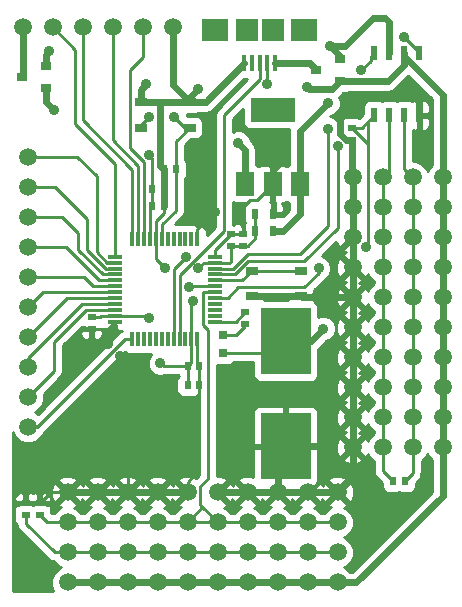
<source format=gtl>
G04 (created by PCBNEW (25-Oct-2014 BZR 4029)-stable) date Sun 04 Oct 2015 01:48:44 PM EDT*
%MOIN*%
G04 Gerber Fmt 3.4, Leading zero omitted, Abs format*
%FSLAX34Y34*%
G01*
G70*
G90*
G04 APERTURE LIST*
%ADD10C,0.00590551*%
%ADD11R,0.023622X0.0511811*%
%ADD12R,0.011811X0.0472441*%
%ADD13R,0.0472441X0.011811*%
%ADD14R,0.0413386X0.0255906*%
%ADD15R,0.0590551X0.0787402*%
%ADD16R,0.149606X0.0787402*%
%ADD17R,0.0748031X0.0748031*%
%ADD18R,0.0905512X0.0748031*%
%ADD19R,0.015748X0.0551181*%
%ADD20R,0.0354331X0.0314961*%
%ADD21R,0.0314961X0.0314961*%
%ADD22C,0.0590551*%
%ADD23R,0.0275591X0.023622*%
%ADD24R,0.023622X0.0275591*%
%ADD25R,0.023622X0.0354331*%
%ADD26R,0.169291X0.220472*%
%ADD27C,0.035*%
%ADD28C,0.0228346*%
%ADD29C,0.01*%
G04 APERTURE END LIST*
G54D10*
G54D11*
X82218Y-40846D03*
X82718Y-40846D03*
X81718Y-40846D03*
X81218Y-40846D03*
X81218Y-42933D03*
X81718Y-42933D03*
X82218Y-42933D03*
X82718Y-42933D03*
G54D12*
X75326Y-47051D03*
X75129Y-47051D03*
X74933Y-47051D03*
X74736Y-47051D03*
X74539Y-47051D03*
X74342Y-47051D03*
X74145Y-47051D03*
X73948Y-47051D03*
X73751Y-47051D03*
X73555Y-47051D03*
X73358Y-47051D03*
X73161Y-47051D03*
X73161Y-50397D03*
X73358Y-50397D03*
X73555Y-50397D03*
X73751Y-50397D03*
X73948Y-50397D03*
X74145Y-50397D03*
X74342Y-50397D03*
X74539Y-50397D03*
X74736Y-50397D03*
X74933Y-50397D03*
X75129Y-50397D03*
X75326Y-50397D03*
G54D13*
X72570Y-47641D03*
X72570Y-47838D03*
X72570Y-48035D03*
X72570Y-48232D03*
X72570Y-48429D03*
X72570Y-48625D03*
X72570Y-48822D03*
X72570Y-49019D03*
X72570Y-49216D03*
X72570Y-49413D03*
X72570Y-49610D03*
X72570Y-49807D03*
X75917Y-49807D03*
X75917Y-49610D03*
X75917Y-49413D03*
X75917Y-49216D03*
X75917Y-49019D03*
X75917Y-48822D03*
X75917Y-48625D03*
X75917Y-48429D03*
X75917Y-48232D03*
X75917Y-48035D03*
X75917Y-47838D03*
X75917Y-47641D03*
G54D14*
X73435Y-43336D03*
X73435Y-42490D03*
X75068Y-43336D03*
X75068Y-42490D03*
X78769Y-48120D03*
X78769Y-48966D03*
X77135Y-48120D03*
X77135Y-48966D03*
G54D15*
X76929Y-45216D03*
X77834Y-45216D03*
X78740Y-45216D03*
G54D16*
X77834Y-42736D03*
G54D17*
X77834Y-40078D03*
X76968Y-40078D03*
G54D18*
X78877Y-40078D03*
X75925Y-40078D03*
G54D19*
X77401Y-41200D03*
X77657Y-41200D03*
X77913Y-41200D03*
X77145Y-41200D03*
X76889Y-41200D03*
G54D20*
X79291Y-41417D03*
X80078Y-41043D03*
X80078Y-41791D03*
X69488Y-41653D03*
X70275Y-41279D03*
X70275Y-42027D03*
G54D21*
X76181Y-50255D03*
X76181Y-50846D03*
G54D22*
X71500Y-40000D03*
X70500Y-40000D03*
X69500Y-40000D03*
X72500Y-40000D03*
X73500Y-40000D03*
X74500Y-40000D03*
X71000Y-56500D03*
X71000Y-55500D03*
X71000Y-57500D03*
X71000Y-58500D03*
X72000Y-56500D03*
X72000Y-55500D03*
X72000Y-57500D03*
X72000Y-58500D03*
X73000Y-56500D03*
X73000Y-55500D03*
X73000Y-57500D03*
X73000Y-58500D03*
X74000Y-56500D03*
X74000Y-55500D03*
X74000Y-57500D03*
X74000Y-58500D03*
X75000Y-56500D03*
X75000Y-55500D03*
X75000Y-57500D03*
X75000Y-58500D03*
X76000Y-56500D03*
X76000Y-55500D03*
X76000Y-57500D03*
X76000Y-58500D03*
X77000Y-56500D03*
X77000Y-55500D03*
X77000Y-57500D03*
X77000Y-58500D03*
X79000Y-56500D03*
X79000Y-55500D03*
X79000Y-57500D03*
X79000Y-58500D03*
X81500Y-46000D03*
X80500Y-46000D03*
X82500Y-46000D03*
X83500Y-46000D03*
X81500Y-47000D03*
X80500Y-47000D03*
X82500Y-47000D03*
X83500Y-47000D03*
X81500Y-45000D03*
X80500Y-45000D03*
X82500Y-45000D03*
X83500Y-45000D03*
X81500Y-48000D03*
X80500Y-48000D03*
X82500Y-48000D03*
X83500Y-48000D03*
X81500Y-49000D03*
X80500Y-49000D03*
X82500Y-49000D03*
X83500Y-49000D03*
X81500Y-50000D03*
X80500Y-50000D03*
X82500Y-50000D03*
X83500Y-50000D03*
X81500Y-51000D03*
X80500Y-51000D03*
X82500Y-51000D03*
X83500Y-51000D03*
X81500Y-52000D03*
X80500Y-52000D03*
X82500Y-52000D03*
X83500Y-52000D03*
X81500Y-53000D03*
X80500Y-53000D03*
X82500Y-53000D03*
X83500Y-53000D03*
X81500Y-54000D03*
X80500Y-54000D03*
X82500Y-54000D03*
X83500Y-54000D03*
X78000Y-56500D03*
X78000Y-55500D03*
X78000Y-57500D03*
X78000Y-58500D03*
X80000Y-56500D03*
X80000Y-55500D03*
X80000Y-57500D03*
X80000Y-58500D03*
X69685Y-49318D03*
X69685Y-50318D03*
X69685Y-51318D03*
X69685Y-52318D03*
X69685Y-53318D03*
X69685Y-48318D03*
X69685Y-47318D03*
X69685Y-46318D03*
X69685Y-45318D03*
X69685Y-44318D03*
G54D23*
X70078Y-56259D03*
X70078Y-55866D03*
X69606Y-56259D03*
X69606Y-55866D03*
X76929Y-49488D03*
X76929Y-49881D03*
G54D24*
X75000Y-51929D03*
X75393Y-51929D03*
X75000Y-51299D03*
X75393Y-51299D03*
G54D23*
X71811Y-49645D03*
X71811Y-50039D03*
G54D24*
X73818Y-45944D03*
X74212Y-45944D03*
X73818Y-45393D03*
X74212Y-45393D03*
X74606Y-44724D03*
X74212Y-44724D03*
G54D23*
X76850Y-46889D03*
X76850Y-47283D03*
X76456Y-46889D03*
X76456Y-47283D03*
G54D24*
X81850Y-55118D03*
X82244Y-55118D03*
G54D23*
X80472Y-43346D03*
X80472Y-43740D03*
G54D25*
X77854Y-46220D03*
X77263Y-46220D03*
X77854Y-46771D03*
X77263Y-46771D03*
G54D26*
X78267Y-53956D03*
X78267Y-50452D03*
G54D27*
X72362Y-50551D03*
X72755Y-50944D03*
X73700Y-44251D03*
X75905Y-46141D03*
X77401Y-44409D03*
X78267Y-44330D03*
X79685Y-42519D03*
X79763Y-40629D03*
X70393Y-40787D03*
X79527Y-50039D03*
X73700Y-49685D03*
X74094Y-51181D03*
X75196Y-49133D03*
X74251Y-48031D03*
X75354Y-48031D03*
X76692Y-43858D03*
X78976Y-41968D03*
X75354Y-42047D03*
X73622Y-41889D03*
X70551Y-42755D03*
X77637Y-41889D03*
X74960Y-47637D03*
X80944Y-47322D03*
X79370Y-48031D03*
X80787Y-41417D03*
X80000Y-43937D03*
X79685Y-43385D03*
X82204Y-40314D03*
X75039Y-48661D03*
X73700Y-42992D03*
X74566Y-42992D03*
G54D28*
X78267Y-53956D02*
X79543Y-53956D01*
X79543Y-53956D02*
X80500Y-53000D01*
X78000Y-55500D02*
X78000Y-54224D01*
X78000Y-54224D02*
X78267Y-53956D01*
G54D29*
X77854Y-46220D02*
X77854Y-45236D01*
X77854Y-45236D02*
X77834Y-45216D01*
X73000Y-55500D02*
X73000Y-51188D01*
X72338Y-50527D02*
X72338Y-50039D01*
X72362Y-50551D02*
X72338Y-50527D01*
X73000Y-51188D02*
X72755Y-50944D01*
X69606Y-55866D02*
X70078Y-55866D01*
X70078Y-55866D02*
X70444Y-55500D01*
X70444Y-55500D02*
X71000Y-55500D01*
X71811Y-50039D02*
X72338Y-50039D01*
X72338Y-50039D02*
X72570Y-49807D01*
X73818Y-45393D02*
X73818Y-44370D01*
X73818Y-44370D02*
X73700Y-44251D01*
X75326Y-47051D02*
X75326Y-46720D01*
X75326Y-46720D02*
X75905Y-46141D01*
X77480Y-44330D02*
X78267Y-44330D01*
X77401Y-44409D02*
X77480Y-44330D01*
X73751Y-47051D02*
X73751Y-46011D01*
X73751Y-46011D02*
X73818Y-45944D01*
X73818Y-45944D02*
X73818Y-45393D01*
X75917Y-47641D02*
X75917Y-47429D01*
X75917Y-47429D02*
X76456Y-46889D01*
X76456Y-46889D02*
X76850Y-46889D01*
X76850Y-46889D02*
X76850Y-45984D01*
X77303Y-45748D02*
X77834Y-45216D01*
X77086Y-45748D02*
X77303Y-45748D01*
X76850Y-45984D02*
X77086Y-45748D01*
X75393Y-51929D02*
X75393Y-51299D01*
X75393Y-51299D02*
X75326Y-51232D01*
X75326Y-51232D02*
X75326Y-50397D01*
X75393Y-51929D02*
X75393Y-54763D01*
X75000Y-55157D02*
X75000Y-55500D01*
X75393Y-54763D02*
X75000Y-55157D01*
G54D28*
X80500Y-47000D02*
X80500Y-48000D01*
X80500Y-48000D02*
X80500Y-49000D01*
X80472Y-43740D02*
X80275Y-43740D01*
X82718Y-42482D02*
X82718Y-42933D01*
X82519Y-42283D02*
X82718Y-42482D01*
X80787Y-42283D02*
X82519Y-42283D01*
X80078Y-42992D02*
X80787Y-42283D01*
X80078Y-43543D02*
X80078Y-42992D01*
X80275Y-43740D02*
X80078Y-43543D01*
X80500Y-49000D02*
X78803Y-49000D01*
X78803Y-49000D02*
X78769Y-48966D01*
X78769Y-48966D02*
X77135Y-48966D01*
X77834Y-45216D02*
X77834Y-44763D01*
X77834Y-44763D02*
X78267Y-44330D01*
X80500Y-54000D02*
X80500Y-53000D01*
X80500Y-53000D02*
X80500Y-52000D01*
X80500Y-52000D02*
X80500Y-51000D01*
X80500Y-51000D02*
X80500Y-50000D01*
X80500Y-50000D02*
X80500Y-49000D01*
X80500Y-47000D02*
X80500Y-46000D01*
X80500Y-46000D02*
X80500Y-45000D01*
X80500Y-45000D02*
X80472Y-44972D01*
X80472Y-44972D02*
X80472Y-43740D01*
X80000Y-55500D02*
X80000Y-55433D01*
X80500Y-54933D02*
X80500Y-54000D01*
X80000Y-55433D02*
X80500Y-54933D01*
X76000Y-55500D02*
X77000Y-55500D01*
X77000Y-55500D02*
X78000Y-55500D01*
X78000Y-55500D02*
X79000Y-55500D01*
X79000Y-55500D02*
X80000Y-55500D01*
X71000Y-55500D02*
X72000Y-55500D01*
X72000Y-55500D02*
X73000Y-55500D01*
X73000Y-55500D02*
X74000Y-55500D01*
X74000Y-55500D02*
X75000Y-55500D01*
X77854Y-46771D02*
X78188Y-46771D01*
X78740Y-46220D02*
X78740Y-45216D01*
X78188Y-46771D02*
X78740Y-46220D01*
X78740Y-43464D02*
X78740Y-45216D01*
X79685Y-42519D02*
X78740Y-43464D01*
X79763Y-40629D02*
X80236Y-40629D01*
X81718Y-39828D02*
X81718Y-40846D01*
X81574Y-39685D02*
X81718Y-39828D01*
X81181Y-39685D02*
X81574Y-39685D01*
X80236Y-40629D02*
X81181Y-39685D01*
X70275Y-41279D02*
X70275Y-40905D01*
X80078Y-40944D02*
X80078Y-41043D01*
X79763Y-40629D02*
X80078Y-40944D01*
X70275Y-40905D02*
X70393Y-40787D01*
X78267Y-50452D02*
X79114Y-50452D01*
X79114Y-50452D02*
X79527Y-50039D01*
G54D29*
X76181Y-50846D02*
X77874Y-50846D01*
X77874Y-50846D02*
X78267Y-50452D01*
X77263Y-46771D02*
X77263Y-46220D01*
X76850Y-47283D02*
X77007Y-47283D01*
X77263Y-47027D02*
X77263Y-46771D01*
X77007Y-47283D02*
X77263Y-47027D01*
X75000Y-51299D02*
X74212Y-51299D01*
X73625Y-49610D02*
X72570Y-49610D01*
X73700Y-49685D02*
X73625Y-49610D01*
X74212Y-51299D02*
X74094Y-51181D01*
X75129Y-49200D02*
X75129Y-50397D01*
X75196Y-49133D02*
X75129Y-49200D01*
X71811Y-49645D02*
X72086Y-49645D01*
X72086Y-49645D02*
X72122Y-49610D01*
X72122Y-49610D02*
X72570Y-49610D01*
X75917Y-47838D02*
X75547Y-47838D01*
X73948Y-47728D02*
X73948Y-47051D01*
X74251Y-48031D02*
X73948Y-47728D01*
X75547Y-47838D02*
X75354Y-48031D01*
X73948Y-47051D02*
X73948Y-46444D01*
X73948Y-46444D02*
X74212Y-46181D01*
X74212Y-46181D02*
X74212Y-45944D01*
X76456Y-47283D02*
X76850Y-47283D01*
X75917Y-47838D02*
X76413Y-47838D01*
X76456Y-47795D02*
X76456Y-47283D01*
X76413Y-47838D02*
X76456Y-47795D01*
X75000Y-51299D02*
X75000Y-51929D01*
X75129Y-50397D02*
X75129Y-51169D01*
X75129Y-51169D02*
X75000Y-51299D01*
G54D28*
X74212Y-45393D02*
X74212Y-45944D01*
X74212Y-44724D02*
X74212Y-45393D01*
X74094Y-42490D02*
X74094Y-44606D01*
X74094Y-44606D02*
X74212Y-44724D01*
X76929Y-44094D02*
X76929Y-45216D01*
X76692Y-43858D02*
X76929Y-44094D01*
X80000Y-58500D02*
X79000Y-58500D01*
X79000Y-58500D02*
X78000Y-58500D01*
X78000Y-58500D02*
X77000Y-58500D01*
X77000Y-58500D02*
X76000Y-58500D01*
X76000Y-58500D02*
X75000Y-58500D01*
X75000Y-58500D02*
X74000Y-58500D01*
X74000Y-58500D02*
X73000Y-58500D01*
X73000Y-58500D02*
X72000Y-58500D01*
X72000Y-58500D02*
X71000Y-58500D01*
X83500Y-54000D02*
X83500Y-55633D01*
X80633Y-58500D02*
X80000Y-58500D01*
X83500Y-55633D02*
X80633Y-58500D01*
X83500Y-47000D02*
X83500Y-48000D01*
X83500Y-48000D02*
X83500Y-49000D01*
X83500Y-49000D02*
X83500Y-50000D01*
X83500Y-50000D02*
X83500Y-51000D01*
X83500Y-51000D02*
X83500Y-52000D01*
X83500Y-52000D02*
X83500Y-53000D01*
X83500Y-53000D02*
X83500Y-54000D01*
X83500Y-46000D02*
X83500Y-47000D01*
X83500Y-45000D02*
X83500Y-46000D01*
X82218Y-40846D02*
X82218Y-40958D01*
X83500Y-42240D02*
X83500Y-45000D01*
X82218Y-40958D02*
X83500Y-42240D01*
X75068Y-42490D02*
X75068Y-42332D01*
X79822Y-42047D02*
X80078Y-41791D01*
X79055Y-42047D02*
X79822Y-42047D01*
X78976Y-41968D02*
X79055Y-42047D01*
X75068Y-42332D02*
X75354Y-42047D01*
X80078Y-41791D02*
X81673Y-41791D01*
X81673Y-41791D02*
X82218Y-41246D01*
X82218Y-41246D02*
X82218Y-40846D01*
X75068Y-42490D02*
X75600Y-42490D01*
X75600Y-42490D02*
X76889Y-41200D01*
X70275Y-42027D02*
X70275Y-42480D01*
X73435Y-42076D02*
X73435Y-42490D01*
X73622Y-41889D02*
X73435Y-42076D01*
X70275Y-42480D02*
X70551Y-42755D01*
X75068Y-42490D02*
X74094Y-42490D01*
X74094Y-42490D02*
X73435Y-42490D01*
X74500Y-40000D02*
X74500Y-41921D01*
X74500Y-41921D02*
X75068Y-42490D01*
X77913Y-41200D02*
X79074Y-41200D01*
X79074Y-41200D02*
X79291Y-41417D01*
G54D29*
X74539Y-50397D02*
X74539Y-48059D01*
X77657Y-41870D02*
X77657Y-41200D01*
X77637Y-41889D02*
X77657Y-41870D01*
X74539Y-48059D02*
X74960Y-47637D01*
X77401Y-41732D02*
X77401Y-41200D01*
X76220Y-42913D02*
X77401Y-41732D01*
X76220Y-46771D02*
X76220Y-42913D01*
X74736Y-48255D02*
X76220Y-46771D01*
X74736Y-50397D02*
X74736Y-48255D01*
G54D28*
X69500Y-40000D02*
X69500Y-41641D01*
X69500Y-41641D02*
X69488Y-41653D01*
G54D29*
X73161Y-50397D02*
X72909Y-50397D01*
X72909Y-50397D02*
X69988Y-53318D01*
X69988Y-53318D02*
X69685Y-53318D01*
X72570Y-49413D02*
X71610Y-49413D01*
X71610Y-49413D02*
X70551Y-50472D01*
X70551Y-50472D02*
X70551Y-51452D01*
X70551Y-51452D02*
X69685Y-52318D01*
X72570Y-49216D02*
X71492Y-49216D01*
X69685Y-51023D02*
X69685Y-51318D01*
X71492Y-49216D02*
X69685Y-51023D01*
X72570Y-49019D02*
X70984Y-49019D01*
X70984Y-49019D02*
X69685Y-50318D01*
X72570Y-48822D02*
X70181Y-48822D01*
X70181Y-48822D02*
X69685Y-49318D01*
X72570Y-48625D02*
X71854Y-48625D01*
X71854Y-48625D02*
X71547Y-48318D01*
X71547Y-48318D02*
X69685Y-48318D01*
X72570Y-48429D02*
X72051Y-48429D01*
X72051Y-48429D02*
X70940Y-47318D01*
X70940Y-47318D02*
X69685Y-47318D01*
X72570Y-48232D02*
X72169Y-48232D01*
X72169Y-48232D02*
X71338Y-47401D01*
X71338Y-47401D02*
X71338Y-46850D01*
X71338Y-46850D02*
X70807Y-46318D01*
X70807Y-46318D02*
X69685Y-46318D01*
X72570Y-48035D02*
X72287Y-48035D01*
X72287Y-48035D02*
X71653Y-47401D01*
X71653Y-47401D02*
X71653Y-46377D01*
X71653Y-46377D02*
X70594Y-45318D01*
X70594Y-45318D02*
X69685Y-45318D01*
X72570Y-47838D02*
X72326Y-47838D01*
X72326Y-47838D02*
X71968Y-47480D01*
X71968Y-47480D02*
X71968Y-44960D01*
X71968Y-44960D02*
X71326Y-44318D01*
X71326Y-44318D02*
X69685Y-44318D01*
X72570Y-47641D02*
X72570Y-44539D01*
X71259Y-40759D02*
X70500Y-40000D01*
X71259Y-43228D02*
X71259Y-40759D01*
X72570Y-44539D02*
X71259Y-43228D01*
X76929Y-49881D02*
X76929Y-49960D01*
X76633Y-50255D02*
X76181Y-50255D01*
X76929Y-49960D02*
X76633Y-50255D01*
X75917Y-49807D02*
X76610Y-49807D01*
X76610Y-49807D02*
X76929Y-49488D01*
X81500Y-54000D02*
X81500Y-54767D01*
X81500Y-54767D02*
X81850Y-55118D01*
X81500Y-46000D02*
X81500Y-47000D01*
X81500Y-47000D02*
X81500Y-48000D01*
X81500Y-48000D02*
X81500Y-49000D01*
X81500Y-49000D02*
X81500Y-50000D01*
X81500Y-50000D02*
X81500Y-51000D01*
X81500Y-51000D02*
X81500Y-52000D01*
X81500Y-52000D02*
X81500Y-53000D01*
X81500Y-53000D02*
X81500Y-54000D01*
X81500Y-45000D02*
X81500Y-46000D01*
X81718Y-42933D02*
X81718Y-44781D01*
X81718Y-44781D02*
X81500Y-45000D01*
X82500Y-54000D02*
X82500Y-54862D01*
X82500Y-54862D02*
X82244Y-55118D01*
X82500Y-45000D02*
X82500Y-46000D01*
X82500Y-46000D02*
X82500Y-47000D01*
X82218Y-42933D02*
X82218Y-44718D01*
X82218Y-44718D02*
X82500Y-45000D01*
X82500Y-47000D02*
X82500Y-48000D01*
X82500Y-48000D02*
X82500Y-49000D01*
X82500Y-49000D02*
X82500Y-50000D01*
X82500Y-50000D02*
X82500Y-51000D01*
X82500Y-51000D02*
X82500Y-52000D01*
X82500Y-52000D02*
X82500Y-53000D01*
X82500Y-53000D02*
X82500Y-54000D01*
X81003Y-43877D02*
X81003Y-43147D01*
X81003Y-43147D02*
X81218Y-42933D01*
X75917Y-49019D02*
X76334Y-49019D01*
X81023Y-43897D02*
X81003Y-43877D01*
X81003Y-43877D02*
X80472Y-43346D01*
X81023Y-47244D02*
X81023Y-43897D01*
X80944Y-47322D02*
X81023Y-47244D01*
X79370Y-48188D02*
X79370Y-48031D01*
X78897Y-48661D02*
X79370Y-48188D01*
X76692Y-48661D02*
X78897Y-48661D01*
X76334Y-49019D02*
X76692Y-48661D01*
X80472Y-43346D02*
X80805Y-43346D01*
X80805Y-43346D02*
X81218Y-42933D01*
X81102Y-40962D02*
X81218Y-40846D01*
X81102Y-41102D02*
X81102Y-40962D01*
X80787Y-41417D02*
X81102Y-41102D01*
X80000Y-46692D02*
X80000Y-43937D01*
X78897Y-47795D02*
X80000Y-46692D01*
X77007Y-47795D02*
X78897Y-47795D01*
X76570Y-48232D02*
X77007Y-47795D01*
X75917Y-48232D02*
X76570Y-48232D01*
X75917Y-48035D02*
X76531Y-48035D01*
X76531Y-48035D02*
X77007Y-47559D01*
X77007Y-47559D02*
X78740Y-47559D01*
X78740Y-47559D02*
X79685Y-46614D01*
X79685Y-46614D02*
X79685Y-43385D01*
X82718Y-40828D02*
X82718Y-40846D01*
X82204Y-40314D02*
X82718Y-40828D01*
X75917Y-48625D02*
X75074Y-48625D01*
X75074Y-48625D02*
X75039Y-48661D01*
X73000Y-57500D02*
X74000Y-57500D01*
X71000Y-57500D02*
X72000Y-57500D01*
X72000Y-57500D02*
X73000Y-57500D01*
X73799Y-57500D02*
X75000Y-57500D01*
X75000Y-57500D02*
X76000Y-57500D01*
X76000Y-57500D02*
X77000Y-57500D01*
X77000Y-57500D02*
X78000Y-57500D01*
X78000Y-57500D02*
X79000Y-57500D01*
X79000Y-57500D02*
X80000Y-57500D01*
X73799Y-57500D02*
X74000Y-57500D01*
X69606Y-56259D02*
X69606Y-56535D01*
X70570Y-57500D02*
X71000Y-57500D01*
X69606Y-56535D02*
X70570Y-57500D01*
X75000Y-56500D02*
X75000Y-56496D01*
X75000Y-56496D02*
X75498Y-55998D01*
X75917Y-48822D02*
X75507Y-48822D01*
X75507Y-48822D02*
X75511Y-48826D01*
X75511Y-48826D02*
X75511Y-49921D01*
X75511Y-49921D02*
X75669Y-50078D01*
X75669Y-50078D02*
X75669Y-55039D01*
X75669Y-55039D02*
X75433Y-55275D01*
X75433Y-55275D02*
X75433Y-55933D01*
X75433Y-55933D02*
X75498Y-55998D01*
X75498Y-55998D02*
X76000Y-56500D01*
X75000Y-56500D02*
X76000Y-56500D01*
X76000Y-56500D02*
X77000Y-56500D01*
X77000Y-56500D02*
X78000Y-56500D01*
X78000Y-56500D02*
X79000Y-56500D01*
X79000Y-56500D02*
X80000Y-56500D01*
X74000Y-56500D02*
X75000Y-56500D01*
X71000Y-56500D02*
X72000Y-56500D01*
X72000Y-56500D02*
X73000Y-56500D01*
X73000Y-56500D02*
X74000Y-56500D01*
X71000Y-56500D02*
X70318Y-56500D01*
X70318Y-56500D02*
X70078Y-56259D01*
X73161Y-47051D02*
X73161Y-44736D01*
X71500Y-43074D02*
X71500Y-40000D01*
X73161Y-44736D02*
X71500Y-43074D01*
X73358Y-47051D02*
X73358Y-44618D01*
X72500Y-43759D02*
X72500Y-40000D01*
X73358Y-44618D02*
X72500Y-43759D01*
X73555Y-47051D02*
X73555Y-44500D01*
X73500Y-40988D02*
X73500Y-40000D01*
X73070Y-41417D02*
X73500Y-40988D01*
X73070Y-44015D02*
X73070Y-41417D01*
X73555Y-44500D02*
X73070Y-44015D01*
X77135Y-48120D02*
X78769Y-48120D01*
X76826Y-48429D02*
X77135Y-48120D01*
X75917Y-48429D02*
X76826Y-48429D01*
X74145Y-47051D02*
X74145Y-46562D01*
X74145Y-46562D02*
X74606Y-46102D01*
X74606Y-44724D02*
X74606Y-43799D01*
X74606Y-43799D02*
X75068Y-43336D01*
X73435Y-43336D02*
X73435Y-43257D01*
X73435Y-43257D02*
X73700Y-42992D01*
X74566Y-42992D02*
X74911Y-43336D01*
X74911Y-43336D02*
X75068Y-43336D01*
X74606Y-46102D02*
X74606Y-44724D01*
G54D10*
G36*
X72816Y-50116D02*
X72794Y-50120D01*
X72697Y-50185D01*
X72198Y-50683D01*
X71761Y-51121D01*
X71761Y-50344D01*
X71761Y-50089D01*
X71485Y-50089D01*
X71423Y-50151D01*
X71423Y-50206D01*
X71461Y-50298D01*
X71531Y-50369D01*
X71623Y-50407D01*
X71722Y-50407D01*
X71698Y-50407D01*
X71761Y-50344D01*
X71761Y-51121D01*
X70010Y-52872D01*
X69994Y-52856D01*
X69902Y-52818D01*
X69993Y-52781D01*
X70147Y-52628D01*
X70230Y-52427D01*
X70230Y-52210D01*
X70226Y-52201D01*
X70763Y-51664D01*
X70763Y-51664D01*
X70828Y-51567D01*
X70851Y-51452D01*
X70851Y-51452D01*
X70851Y-50596D01*
X71472Y-49975D01*
X71485Y-49989D01*
X71564Y-49989D01*
X71623Y-50013D01*
X71722Y-50013D01*
X71868Y-50013D01*
X71868Y-50089D01*
X71861Y-50089D01*
X71861Y-50344D01*
X71923Y-50407D01*
X71899Y-50407D01*
X71998Y-50407D01*
X72090Y-50369D01*
X72160Y-50298D01*
X72198Y-50206D01*
X72198Y-50151D01*
X72136Y-50089D01*
X72198Y-50089D01*
X72198Y-50080D01*
X72284Y-50116D01*
X72384Y-50116D01*
X72458Y-50116D01*
X72520Y-50053D01*
X72520Y-49919D01*
X72620Y-49919D01*
X72620Y-50053D01*
X72683Y-50116D01*
X72757Y-50116D01*
X72816Y-50116D01*
X72816Y-50116D01*
G37*
G54D29*
X72816Y-50116D02*
X72794Y-50120D01*
X72697Y-50185D01*
X72198Y-50683D01*
X71761Y-51121D01*
X71761Y-50344D01*
X71761Y-50089D01*
X71485Y-50089D01*
X71423Y-50151D01*
X71423Y-50206D01*
X71461Y-50298D01*
X71531Y-50369D01*
X71623Y-50407D01*
X71722Y-50407D01*
X71698Y-50407D01*
X71761Y-50344D01*
X71761Y-51121D01*
X70010Y-52872D01*
X69994Y-52856D01*
X69902Y-52818D01*
X69993Y-52781D01*
X70147Y-52628D01*
X70230Y-52427D01*
X70230Y-52210D01*
X70226Y-52201D01*
X70763Y-51664D01*
X70763Y-51664D01*
X70828Y-51567D01*
X70851Y-51452D01*
X70851Y-51452D01*
X70851Y-50596D01*
X71472Y-49975D01*
X71485Y-49989D01*
X71564Y-49989D01*
X71623Y-50013D01*
X71722Y-50013D01*
X71868Y-50013D01*
X71868Y-50089D01*
X71861Y-50089D01*
X71861Y-50344D01*
X71923Y-50407D01*
X71899Y-50407D01*
X71998Y-50407D01*
X72090Y-50369D01*
X72160Y-50298D01*
X72198Y-50206D01*
X72198Y-50151D01*
X72136Y-50089D01*
X72198Y-50089D01*
X72198Y-50080D01*
X72284Y-50116D01*
X72384Y-50116D01*
X72458Y-50116D01*
X72520Y-50053D01*
X72520Y-49919D01*
X72620Y-49919D01*
X72620Y-50053D01*
X72683Y-50116D01*
X72757Y-50116D01*
X72816Y-50116D01*
G54D10*
G36*
X75369Y-54915D02*
X75267Y-55016D01*
X75080Y-54949D01*
X74863Y-54960D01*
X74714Y-55022D01*
X74688Y-55117D01*
X75000Y-55429D01*
X75005Y-55423D01*
X75076Y-55494D01*
X75070Y-55500D01*
X75076Y-55505D01*
X75005Y-55576D01*
X75000Y-55570D01*
X74929Y-55641D01*
X74929Y-55500D01*
X74617Y-55188D01*
X74522Y-55214D01*
X74501Y-55273D01*
X74477Y-55214D01*
X74382Y-55188D01*
X74311Y-55258D01*
X74311Y-55117D01*
X74285Y-55022D01*
X74080Y-54949D01*
X73863Y-54960D01*
X73714Y-55022D01*
X73688Y-55117D01*
X74000Y-55429D01*
X74311Y-55117D01*
X74311Y-55258D01*
X74070Y-55500D01*
X74382Y-55811D01*
X74477Y-55785D01*
X74498Y-55726D01*
X74522Y-55785D01*
X74617Y-55811D01*
X74929Y-55500D01*
X74929Y-55641D01*
X74688Y-55882D01*
X74714Y-55977D01*
X74780Y-56000D01*
X74691Y-56037D01*
X74538Y-56190D01*
X74534Y-56200D01*
X74466Y-56200D01*
X74462Y-56191D01*
X74309Y-56038D01*
X74224Y-56002D01*
X74285Y-55977D01*
X74311Y-55882D01*
X74000Y-55570D01*
X73929Y-55641D01*
X73929Y-55500D01*
X73617Y-55188D01*
X73522Y-55214D01*
X73501Y-55273D01*
X73477Y-55214D01*
X73382Y-55188D01*
X73311Y-55258D01*
X73311Y-55117D01*
X73285Y-55022D01*
X73080Y-54949D01*
X72863Y-54960D01*
X72714Y-55022D01*
X72688Y-55117D01*
X73000Y-55429D01*
X73311Y-55117D01*
X73311Y-55258D01*
X73070Y-55500D01*
X73382Y-55811D01*
X73477Y-55785D01*
X73498Y-55726D01*
X73522Y-55785D01*
X73617Y-55811D01*
X73929Y-55500D01*
X73929Y-55641D01*
X73688Y-55882D01*
X73714Y-55977D01*
X73780Y-56000D01*
X73691Y-56037D01*
X73538Y-56190D01*
X73534Y-56200D01*
X73466Y-56200D01*
X73462Y-56191D01*
X73309Y-56038D01*
X73224Y-56002D01*
X73285Y-55977D01*
X73311Y-55882D01*
X73000Y-55570D01*
X72929Y-55641D01*
X72929Y-55500D01*
X72617Y-55188D01*
X72522Y-55214D01*
X72501Y-55273D01*
X72477Y-55214D01*
X72382Y-55188D01*
X72311Y-55258D01*
X72311Y-55117D01*
X72285Y-55022D01*
X72080Y-54949D01*
X71863Y-54960D01*
X71714Y-55022D01*
X71688Y-55117D01*
X72000Y-55429D01*
X72311Y-55117D01*
X72311Y-55258D01*
X72070Y-55500D01*
X72382Y-55811D01*
X72477Y-55785D01*
X72498Y-55726D01*
X72522Y-55785D01*
X72617Y-55811D01*
X72929Y-55500D01*
X72929Y-55641D01*
X72688Y-55882D01*
X72714Y-55977D01*
X72780Y-56000D01*
X72691Y-56037D01*
X72538Y-56190D01*
X72534Y-56200D01*
X72466Y-56200D01*
X72462Y-56191D01*
X72309Y-56038D01*
X72224Y-56002D01*
X72285Y-55977D01*
X72311Y-55882D01*
X72000Y-55570D01*
X71929Y-55641D01*
X71929Y-55500D01*
X71617Y-55188D01*
X71522Y-55214D01*
X71501Y-55273D01*
X71477Y-55214D01*
X71382Y-55188D01*
X71311Y-55258D01*
X71311Y-55117D01*
X71285Y-55022D01*
X71080Y-54949D01*
X70863Y-54960D01*
X70714Y-55022D01*
X70688Y-55117D01*
X71000Y-55429D01*
X71311Y-55117D01*
X71311Y-55258D01*
X71070Y-55500D01*
X71382Y-55811D01*
X71477Y-55785D01*
X71498Y-55726D01*
X71522Y-55785D01*
X71617Y-55811D01*
X71929Y-55500D01*
X71929Y-55641D01*
X71688Y-55882D01*
X71714Y-55977D01*
X71780Y-56000D01*
X71691Y-56037D01*
X71538Y-56190D01*
X71534Y-56200D01*
X71466Y-56200D01*
X71462Y-56191D01*
X71309Y-56038D01*
X71224Y-56002D01*
X71285Y-55977D01*
X71311Y-55882D01*
X71000Y-55570D01*
X70929Y-55641D01*
X70929Y-55500D01*
X70617Y-55188D01*
X70522Y-55214D01*
X70449Y-55419D01*
X70460Y-55636D01*
X70522Y-55785D01*
X70617Y-55811D01*
X70929Y-55500D01*
X70929Y-55641D01*
X70688Y-55882D01*
X70714Y-55977D01*
X70780Y-56000D01*
X70691Y-56037D01*
X70538Y-56190D01*
X70534Y-56200D01*
X70466Y-56200D01*
X70466Y-56092D01*
X70454Y-56062D01*
X70466Y-56033D01*
X70466Y-55698D01*
X70428Y-55606D01*
X70358Y-55536D01*
X70266Y-55498D01*
X70167Y-55497D01*
X70191Y-55498D01*
X70128Y-55560D01*
X70128Y-55816D01*
X70404Y-55816D01*
X70466Y-55753D01*
X70466Y-55698D01*
X70466Y-56033D01*
X70466Y-55978D01*
X70404Y-55916D01*
X70325Y-55916D01*
X70266Y-55891D01*
X70167Y-55891D01*
X70028Y-55891D01*
X70028Y-55816D01*
X70028Y-55560D01*
X69966Y-55498D01*
X69990Y-55497D01*
X69890Y-55498D01*
X69842Y-55518D01*
X69794Y-55498D01*
X69694Y-55497D01*
X69718Y-55498D01*
X69656Y-55560D01*
X69656Y-55816D01*
X69753Y-55816D01*
X69931Y-55816D01*
X70028Y-55816D01*
X70028Y-55891D01*
X69891Y-55891D01*
X69842Y-55911D01*
X69794Y-55891D01*
X69694Y-55891D01*
X69556Y-55891D01*
X69556Y-55816D01*
X69556Y-55560D01*
X69493Y-55498D01*
X69518Y-55497D01*
X69418Y-55498D01*
X69326Y-55536D01*
X69256Y-55606D01*
X69218Y-55698D01*
X69218Y-55753D01*
X69281Y-55816D01*
X69556Y-55816D01*
X69556Y-55891D01*
X69418Y-55891D01*
X69359Y-55916D01*
X69281Y-55916D01*
X69218Y-55978D01*
X69218Y-56033D01*
X69230Y-56062D01*
X69218Y-56091D01*
X69218Y-56191D01*
X69218Y-56427D01*
X69256Y-56519D01*
X69314Y-56577D01*
X69314Y-56577D01*
X69329Y-56650D01*
X69394Y-56747D01*
X70358Y-57712D01*
X70358Y-57712D01*
X70456Y-57777D01*
X70530Y-57792D01*
X70537Y-57808D01*
X70690Y-57961D01*
X70782Y-57999D01*
X70691Y-58037D01*
X70538Y-58190D01*
X70454Y-58391D01*
X70454Y-58607D01*
X70527Y-58785D01*
X69167Y-58785D01*
X69167Y-53493D01*
X69222Y-53627D01*
X69375Y-53780D01*
X69576Y-53864D01*
X69793Y-53864D01*
X69993Y-53781D01*
X70147Y-53628D01*
X70182Y-53543D01*
X70200Y-53531D01*
X72923Y-50808D01*
X72960Y-50845D01*
X73052Y-50883D01*
X73151Y-50883D01*
X73269Y-50883D01*
X73270Y-50883D01*
X73348Y-50883D01*
X73466Y-50883D01*
X73466Y-50883D01*
X73545Y-50883D01*
X73663Y-50883D01*
X73663Y-50883D01*
X73742Y-50883D01*
X73790Y-50883D01*
X73734Y-50940D01*
X73669Y-51096D01*
X73669Y-51265D01*
X73733Y-51421D01*
X73853Y-51541D01*
X74009Y-51606D01*
X74178Y-51606D01*
X74201Y-51596D01*
X74212Y-51599D01*
X74690Y-51599D01*
X74700Y-51608D01*
X74700Y-51619D01*
X74670Y-51649D01*
X74631Y-51741D01*
X74631Y-51840D01*
X74631Y-52116D01*
X74669Y-52208D01*
X74740Y-52278D01*
X74831Y-52316D01*
X74931Y-52316D01*
X75167Y-52316D01*
X75196Y-52304D01*
X75226Y-52316D01*
X75281Y-52316D01*
X75343Y-52254D01*
X75343Y-52316D01*
X75369Y-52316D01*
X75369Y-54915D01*
X75369Y-54915D01*
G37*
G54D29*
X75369Y-54915D02*
X75267Y-55016D01*
X75080Y-54949D01*
X74863Y-54960D01*
X74714Y-55022D01*
X74688Y-55117D01*
X75000Y-55429D01*
X75005Y-55423D01*
X75076Y-55494D01*
X75070Y-55500D01*
X75076Y-55505D01*
X75005Y-55576D01*
X75000Y-55570D01*
X74929Y-55641D01*
X74929Y-55500D01*
X74617Y-55188D01*
X74522Y-55214D01*
X74501Y-55273D01*
X74477Y-55214D01*
X74382Y-55188D01*
X74311Y-55258D01*
X74311Y-55117D01*
X74285Y-55022D01*
X74080Y-54949D01*
X73863Y-54960D01*
X73714Y-55022D01*
X73688Y-55117D01*
X74000Y-55429D01*
X74311Y-55117D01*
X74311Y-55258D01*
X74070Y-55500D01*
X74382Y-55811D01*
X74477Y-55785D01*
X74498Y-55726D01*
X74522Y-55785D01*
X74617Y-55811D01*
X74929Y-55500D01*
X74929Y-55641D01*
X74688Y-55882D01*
X74714Y-55977D01*
X74780Y-56000D01*
X74691Y-56037D01*
X74538Y-56190D01*
X74534Y-56200D01*
X74466Y-56200D01*
X74462Y-56191D01*
X74309Y-56038D01*
X74224Y-56002D01*
X74285Y-55977D01*
X74311Y-55882D01*
X74000Y-55570D01*
X73929Y-55641D01*
X73929Y-55500D01*
X73617Y-55188D01*
X73522Y-55214D01*
X73501Y-55273D01*
X73477Y-55214D01*
X73382Y-55188D01*
X73311Y-55258D01*
X73311Y-55117D01*
X73285Y-55022D01*
X73080Y-54949D01*
X72863Y-54960D01*
X72714Y-55022D01*
X72688Y-55117D01*
X73000Y-55429D01*
X73311Y-55117D01*
X73311Y-55258D01*
X73070Y-55500D01*
X73382Y-55811D01*
X73477Y-55785D01*
X73498Y-55726D01*
X73522Y-55785D01*
X73617Y-55811D01*
X73929Y-55500D01*
X73929Y-55641D01*
X73688Y-55882D01*
X73714Y-55977D01*
X73780Y-56000D01*
X73691Y-56037D01*
X73538Y-56190D01*
X73534Y-56200D01*
X73466Y-56200D01*
X73462Y-56191D01*
X73309Y-56038D01*
X73224Y-56002D01*
X73285Y-55977D01*
X73311Y-55882D01*
X73000Y-55570D01*
X72929Y-55641D01*
X72929Y-55500D01*
X72617Y-55188D01*
X72522Y-55214D01*
X72501Y-55273D01*
X72477Y-55214D01*
X72382Y-55188D01*
X72311Y-55258D01*
X72311Y-55117D01*
X72285Y-55022D01*
X72080Y-54949D01*
X71863Y-54960D01*
X71714Y-55022D01*
X71688Y-55117D01*
X72000Y-55429D01*
X72311Y-55117D01*
X72311Y-55258D01*
X72070Y-55500D01*
X72382Y-55811D01*
X72477Y-55785D01*
X72498Y-55726D01*
X72522Y-55785D01*
X72617Y-55811D01*
X72929Y-55500D01*
X72929Y-55641D01*
X72688Y-55882D01*
X72714Y-55977D01*
X72780Y-56000D01*
X72691Y-56037D01*
X72538Y-56190D01*
X72534Y-56200D01*
X72466Y-56200D01*
X72462Y-56191D01*
X72309Y-56038D01*
X72224Y-56002D01*
X72285Y-55977D01*
X72311Y-55882D01*
X72000Y-55570D01*
X71929Y-55641D01*
X71929Y-55500D01*
X71617Y-55188D01*
X71522Y-55214D01*
X71501Y-55273D01*
X71477Y-55214D01*
X71382Y-55188D01*
X71311Y-55258D01*
X71311Y-55117D01*
X71285Y-55022D01*
X71080Y-54949D01*
X70863Y-54960D01*
X70714Y-55022D01*
X70688Y-55117D01*
X71000Y-55429D01*
X71311Y-55117D01*
X71311Y-55258D01*
X71070Y-55500D01*
X71382Y-55811D01*
X71477Y-55785D01*
X71498Y-55726D01*
X71522Y-55785D01*
X71617Y-55811D01*
X71929Y-55500D01*
X71929Y-55641D01*
X71688Y-55882D01*
X71714Y-55977D01*
X71780Y-56000D01*
X71691Y-56037D01*
X71538Y-56190D01*
X71534Y-56200D01*
X71466Y-56200D01*
X71462Y-56191D01*
X71309Y-56038D01*
X71224Y-56002D01*
X71285Y-55977D01*
X71311Y-55882D01*
X71000Y-55570D01*
X70929Y-55641D01*
X70929Y-55500D01*
X70617Y-55188D01*
X70522Y-55214D01*
X70449Y-55419D01*
X70460Y-55636D01*
X70522Y-55785D01*
X70617Y-55811D01*
X70929Y-55500D01*
X70929Y-55641D01*
X70688Y-55882D01*
X70714Y-55977D01*
X70780Y-56000D01*
X70691Y-56037D01*
X70538Y-56190D01*
X70534Y-56200D01*
X70466Y-56200D01*
X70466Y-56092D01*
X70454Y-56062D01*
X70466Y-56033D01*
X70466Y-55698D01*
X70428Y-55606D01*
X70358Y-55536D01*
X70266Y-55498D01*
X70167Y-55497D01*
X70191Y-55498D01*
X70128Y-55560D01*
X70128Y-55816D01*
X70404Y-55816D01*
X70466Y-55753D01*
X70466Y-55698D01*
X70466Y-56033D01*
X70466Y-55978D01*
X70404Y-55916D01*
X70325Y-55916D01*
X70266Y-55891D01*
X70167Y-55891D01*
X70028Y-55891D01*
X70028Y-55816D01*
X70028Y-55560D01*
X69966Y-55498D01*
X69990Y-55497D01*
X69890Y-55498D01*
X69842Y-55518D01*
X69794Y-55498D01*
X69694Y-55497D01*
X69718Y-55498D01*
X69656Y-55560D01*
X69656Y-55816D01*
X69753Y-55816D01*
X69931Y-55816D01*
X70028Y-55816D01*
X70028Y-55891D01*
X69891Y-55891D01*
X69842Y-55911D01*
X69794Y-55891D01*
X69694Y-55891D01*
X69556Y-55891D01*
X69556Y-55816D01*
X69556Y-55560D01*
X69493Y-55498D01*
X69518Y-55497D01*
X69418Y-55498D01*
X69326Y-55536D01*
X69256Y-55606D01*
X69218Y-55698D01*
X69218Y-55753D01*
X69281Y-55816D01*
X69556Y-55816D01*
X69556Y-55891D01*
X69418Y-55891D01*
X69359Y-55916D01*
X69281Y-55916D01*
X69218Y-55978D01*
X69218Y-56033D01*
X69230Y-56062D01*
X69218Y-56091D01*
X69218Y-56191D01*
X69218Y-56427D01*
X69256Y-56519D01*
X69314Y-56577D01*
X69314Y-56577D01*
X69329Y-56650D01*
X69394Y-56747D01*
X70358Y-57712D01*
X70358Y-57712D01*
X70456Y-57777D01*
X70530Y-57792D01*
X70537Y-57808D01*
X70690Y-57961D01*
X70782Y-57999D01*
X70691Y-58037D01*
X70538Y-58190D01*
X70454Y-58391D01*
X70454Y-58607D01*
X70527Y-58785D01*
X69167Y-58785D01*
X69167Y-53493D01*
X69222Y-53627D01*
X69375Y-53780D01*
X69576Y-53864D01*
X69793Y-53864D01*
X69993Y-53781D01*
X70147Y-53628D01*
X70182Y-53543D01*
X70200Y-53531D01*
X72923Y-50808D01*
X72960Y-50845D01*
X73052Y-50883D01*
X73151Y-50883D01*
X73269Y-50883D01*
X73270Y-50883D01*
X73348Y-50883D01*
X73466Y-50883D01*
X73466Y-50883D01*
X73545Y-50883D01*
X73663Y-50883D01*
X73663Y-50883D01*
X73742Y-50883D01*
X73790Y-50883D01*
X73734Y-50940D01*
X73669Y-51096D01*
X73669Y-51265D01*
X73733Y-51421D01*
X73853Y-51541D01*
X74009Y-51606D01*
X74178Y-51606D01*
X74201Y-51596D01*
X74212Y-51599D01*
X74690Y-51599D01*
X74700Y-51608D01*
X74700Y-51619D01*
X74670Y-51649D01*
X74631Y-51741D01*
X74631Y-51840D01*
X74631Y-52116D01*
X74669Y-52208D01*
X74740Y-52278D01*
X74831Y-52316D01*
X74931Y-52316D01*
X75167Y-52316D01*
X75196Y-52304D01*
X75226Y-52316D01*
X75281Y-52316D01*
X75343Y-52254D01*
X75343Y-52316D01*
X75369Y-52316D01*
X75369Y-54915D01*
G54D10*
G36*
X76975Y-45860D02*
X76933Y-45901D01*
X76895Y-45993D01*
X76895Y-46092D01*
X76895Y-46447D01*
X76915Y-46496D01*
X76895Y-46544D01*
X76895Y-46643D01*
X76895Y-46915D01*
X76792Y-46915D01*
X76792Y-46839D01*
X76800Y-46839D01*
X76800Y-46821D01*
X76844Y-46777D01*
X76844Y-46722D01*
X76806Y-46630D01*
X76800Y-46624D01*
X76800Y-46584D01*
X76737Y-46521D01*
X76762Y-46521D01*
X76662Y-46521D01*
X76653Y-46525D01*
X76644Y-46521D01*
X76544Y-46521D01*
X76569Y-46521D01*
X76520Y-46570D01*
X76520Y-45833D01*
X76583Y-45860D01*
X76683Y-45860D01*
X76975Y-45860D01*
X76975Y-45860D01*
G37*
G54D29*
X76975Y-45860D02*
X76933Y-45901D01*
X76895Y-45993D01*
X76895Y-46092D01*
X76895Y-46447D01*
X76915Y-46496D01*
X76895Y-46544D01*
X76895Y-46643D01*
X76895Y-46915D01*
X76792Y-46915D01*
X76792Y-46839D01*
X76800Y-46839D01*
X76800Y-46821D01*
X76844Y-46777D01*
X76844Y-46722D01*
X76806Y-46630D01*
X76800Y-46624D01*
X76800Y-46584D01*
X76737Y-46521D01*
X76762Y-46521D01*
X76662Y-46521D01*
X76653Y-46525D01*
X76644Y-46521D01*
X76544Y-46521D01*
X76569Y-46521D01*
X76520Y-46570D01*
X76520Y-45833D01*
X76583Y-45860D01*
X76683Y-45860D01*
X76975Y-45860D01*
G54D10*
G36*
X76983Y-41726D02*
X76008Y-42701D01*
X75943Y-42798D01*
X75920Y-42913D01*
X75920Y-46647D01*
X75635Y-46932D01*
X75635Y-46765D01*
X75597Y-46673D01*
X75527Y-46603D01*
X75435Y-46565D01*
X75418Y-46564D01*
X75356Y-46627D01*
X75356Y-46628D01*
X75330Y-46603D01*
X75238Y-46565D01*
X75234Y-46565D01*
X75234Y-46564D01*
X75228Y-46564D01*
X75139Y-46564D01*
X75021Y-46564D01*
X75021Y-46564D01*
X74942Y-46564D01*
X74824Y-46564D01*
X74824Y-46564D01*
X74745Y-46564D01*
X74627Y-46564D01*
X74627Y-46564D01*
X74567Y-46564D01*
X74818Y-46314D01*
X74818Y-46314D01*
X74883Y-46217D01*
X74906Y-46102D01*
X74906Y-46102D01*
X74906Y-45033D01*
X74936Y-45004D01*
X74974Y-44912D01*
X74974Y-44812D01*
X74974Y-44537D01*
X74936Y-44445D01*
X74906Y-44414D01*
X74906Y-43923D01*
X75115Y-43714D01*
X75325Y-43714D01*
X75417Y-43676D01*
X75487Y-43606D01*
X75525Y-43514D01*
X75525Y-43415D01*
X75525Y-43159D01*
X75487Y-43067D01*
X75417Y-42996D01*
X75325Y-42958D01*
X75226Y-42958D01*
X74991Y-42958D01*
X74992Y-42907D01*
X74975Y-42868D01*
X75325Y-42868D01*
X75358Y-42854D01*
X75600Y-42854D01*
X75739Y-42826D01*
X75739Y-42826D01*
X75857Y-42747D01*
X76879Y-41726D01*
X76983Y-41726D01*
X76983Y-41726D01*
G37*
G54D29*
X76983Y-41726D02*
X76008Y-42701D01*
X75943Y-42798D01*
X75920Y-42913D01*
X75920Y-46647D01*
X75635Y-46932D01*
X75635Y-46765D01*
X75597Y-46673D01*
X75527Y-46603D01*
X75435Y-46565D01*
X75418Y-46564D01*
X75356Y-46627D01*
X75356Y-46628D01*
X75330Y-46603D01*
X75238Y-46565D01*
X75234Y-46565D01*
X75234Y-46564D01*
X75228Y-46564D01*
X75139Y-46564D01*
X75021Y-46564D01*
X75021Y-46564D01*
X74942Y-46564D01*
X74824Y-46564D01*
X74824Y-46564D01*
X74745Y-46564D01*
X74627Y-46564D01*
X74627Y-46564D01*
X74567Y-46564D01*
X74818Y-46314D01*
X74818Y-46314D01*
X74883Y-46217D01*
X74906Y-46102D01*
X74906Y-46102D01*
X74906Y-45033D01*
X74936Y-45004D01*
X74974Y-44912D01*
X74974Y-44812D01*
X74974Y-44537D01*
X74936Y-44445D01*
X74906Y-44414D01*
X74906Y-43923D01*
X75115Y-43714D01*
X75325Y-43714D01*
X75417Y-43676D01*
X75487Y-43606D01*
X75525Y-43514D01*
X75525Y-43415D01*
X75525Y-43159D01*
X75487Y-43067D01*
X75417Y-42996D01*
X75325Y-42958D01*
X75226Y-42958D01*
X74991Y-42958D01*
X74992Y-42907D01*
X74975Y-42868D01*
X75325Y-42868D01*
X75358Y-42854D01*
X75600Y-42854D01*
X75739Y-42826D01*
X75739Y-42826D01*
X75857Y-42747D01*
X76879Y-41726D01*
X76983Y-41726D01*
G54D10*
G36*
X78392Y-43379D02*
X78375Y-43464D01*
X78375Y-44580D01*
X78303Y-44610D01*
X78287Y-44626D01*
X78271Y-44610D01*
X78179Y-44572D01*
X77947Y-44572D01*
X77884Y-44635D01*
X77884Y-45166D01*
X77892Y-45166D01*
X77892Y-45266D01*
X77884Y-45266D01*
X77884Y-45797D01*
X77923Y-45836D01*
X77904Y-45855D01*
X77904Y-46170D01*
X78159Y-46170D01*
X78222Y-46107D01*
X78222Y-46092D01*
X78222Y-45993D01*
X78184Y-45901D01*
X78142Y-45860D01*
X78179Y-45860D01*
X78271Y-45822D01*
X78287Y-45806D01*
X78303Y-45822D01*
X78375Y-45852D01*
X78375Y-46069D01*
X78167Y-46278D01*
X78159Y-46270D01*
X77904Y-46270D01*
X77904Y-46278D01*
X77804Y-46278D01*
X77804Y-46270D01*
X77796Y-46270D01*
X77796Y-46170D01*
X77804Y-46170D01*
X77804Y-45855D01*
X77765Y-45816D01*
X77784Y-45797D01*
X77784Y-45266D01*
X77776Y-45266D01*
X77776Y-45166D01*
X77784Y-45166D01*
X77784Y-44635D01*
X77722Y-44572D01*
X77489Y-44572D01*
X77397Y-44610D01*
X77381Y-44626D01*
X77366Y-44611D01*
X77293Y-44580D01*
X77293Y-44094D01*
X77265Y-43955D01*
X77265Y-43955D01*
X77186Y-43836D01*
X77113Y-43764D01*
X77053Y-43617D01*
X76933Y-43498D01*
X76777Y-43433D01*
X76608Y-43433D01*
X76520Y-43469D01*
X76520Y-43037D01*
X76836Y-42721D01*
X76836Y-43179D01*
X76874Y-43271D01*
X76944Y-43341D01*
X77036Y-43379D01*
X77136Y-43379D01*
X78392Y-43379D01*
X78392Y-43379D01*
G37*
G54D29*
X78392Y-43379D02*
X78375Y-43464D01*
X78375Y-44580D01*
X78303Y-44610D01*
X78287Y-44626D01*
X78271Y-44610D01*
X78179Y-44572D01*
X77947Y-44572D01*
X77884Y-44635D01*
X77884Y-45166D01*
X77892Y-45166D01*
X77892Y-45266D01*
X77884Y-45266D01*
X77884Y-45797D01*
X77923Y-45836D01*
X77904Y-45855D01*
X77904Y-46170D01*
X78159Y-46170D01*
X78222Y-46107D01*
X78222Y-46092D01*
X78222Y-45993D01*
X78184Y-45901D01*
X78142Y-45860D01*
X78179Y-45860D01*
X78271Y-45822D01*
X78287Y-45806D01*
X78303Y-45822D01*
X78375Y-45852D01*
X78375Y-46069D01*
X78167Y-46278D01*
X78159Y-46270D01*
X77904Y-46270D01*
X77904Y-46278D01*
X77804Y-46278D01*
X77804Y-46270D01*
X77796Y-46270D01*
X77796Y-46170D01*
X77804Y-46170D01*
X77804Y-45855D01*
X77765Y-45816D01*
X77784Y-45797D01*
X77784Y-45266D01*
X77776Y-45266D01*
X77776Y-45166D01*
X77784Y-45166D01*
X77784Y-44635D01*
X77722Y-44572D01*
X77489Y-44572D01*
X77397Y-44610D01*
X77381Y-44626D01*
X77366Y-44611D01*
X77293Y-44580D01*
X77293Y-44094D01*
X77265Y-43955D01*
X77265Y-43955D01*
X77186Y-43836D01*
X77113Y-43764D01*
X77053Y-43617D01*
X76933Y-43498D01*
X76777Y-43433D01*
X76608Y-43433D01*
X76520Y-43469D01*
X76520Y-43037D01*
X76836Y-42721D01*
X76836Y-43179D01*
X76874Y-43271D01*
X76944Y-43341D01*
X77036Y-43379D01*
X77136Y-43379D01*
X78392Y-43379D01*
G54D10*
G36*
X80576Y-45005D02*
X80505Y-45076D01*
X80500Y-45070D01*
X80494Y-45076D01*
X80423Y-45005D01*
X80429Y-45000D01*
X80423Y-44994D01*
X80494Y-44923D01*
X80500Y-44929D01*
X80505Y-44923D01*
X80576Y-44994D01*
X80570Y-45000D01*
X80576Y-45005D01*
X80576Y-45005D01*
G37*
G54D29*
X80576Y-45005D02*
X80505Y-45076D01*
X80500Y-45070D01*
X80494Y-45076D01*
X80423Y-45005D01*
X80429Y-45000D01*
X80423Y-44994D01*
X80494Y-44923D01*
X80500Y-44929D01*
X80505Y-44923D01*
X80576Y-44994D01*
X80570Y-45000D01*
X80576Y-45005D01*
G54D10*
G36*
X80576Y-46005D02*
X80505Y-46076D01*
X80500Y-46070D01*
X80494Y-46076D01*
X80423Y-46005D01*
X80429Y-46000D01*
X80423Y-45994D01*
X80494Y-45923D01*
X80500Y-45929D01*
X80505Y-45923D01*
X80576Y-45994D01*
X80570Y-46000D01*
X80576Y-46005D01*
X80576Y-46005D01*
G37*
G54D29*
X80576Y-46005D02*
X80505Y-46076D01*
X80500Y-46070D01*
X80494Y-46076D01*
X80423Y-46005D01*
X80429Y-46000D01*
X80423Y-45994D01*
X80494Y-45923D01*
X80500Y-45929D01*
X80505Y-45923D01*
X80576Y-45994D01*
X80570Y-46000D01*
X80576Y-46005D01*
G54D10*
G36*
X83135Y-44593D02*
X83086Y-44642D01*
X83086Y-43139D01*
X83086Y-42726D01*
X83086Y-42627D01*
X83048Y-42535D01*
X82978Y-42465D01*
X82886Y-42427D01*
X82831Y-42427D01*
X82768Y-42489D01*
X82768Y-42883D01*
X83024Y-42883D01*
X83086Y-42820D01*
X83086Y-42726D01*
X83086Y-43139D01*
X83086Y-43045D01*
X83024Y-42983D01*
X82768Y-42983D01*
X82768Y-43376D01*
X82831Y-43438D01*
X82886Y-43439D01*
X82978Y-43401D01*
X83048Y-43330D01*
X83086Y-43238D01*
X83086Y-43139D01*
X83086Y-44642D01*
X83038Y-44690D01*
X83000Y-44782D01*
X82962Y-44691D01*
X82809Y-44538D01*
X82608Y-44454D01*
X82518Y-44454D01*
X82518Y-43425D01*
X82550Y-43439D01*
X82606Y-43438D01*
X82668Y-43376D01*
X82668Y-42983D01*
X82660Y-42983D01*
X82660Y-42883D01*
X82668Y-42883D01*
X82668Y-42489D01*
X82606Y-42427D01*
X82550Y-42427D01*
X82468Y-42461D01*
X82386Y-42427D01*
X82287Y-42427D01*
X82050Y-42427D01*
X81968Y-42461D01*
X81886Y-42427D01*
X81787Y-42427D01*
X81550Y-42427D01*
X81468Y-42461D01*
X81386Y-42427D01*
X81287Y-42427D01*
X81050Y-42427D01*
X80958Y-42465D01*
X80888Y-42535D01*
X80850Y-42627D01*
X80850Y-42726D01*
X80850Y-42876D01*
X80722Y-43004D01*
X80660Y-42978D01*
X80560Y-42978D01*
X80285Y-42978D01*
X80193Y-43016D01*
X80122Y-43086D01*
X80084Y-43178D01*
X80084Y-43239D01*
X80045Y-43145D01*
X79926Y-43025D01*
X79769Y-42960D01*
X79758Y-42960D01*
X79779Y-42940D01*
X79925Y-42880D01*
X80045Y-42760D01*
X80109Y-42604D01*
X80110Y-42435D01*
X80061Y-42317D01*
X80080Y-42304D01*
X80186Y-42198D01*
X80305Y-42198D01*
X80397Y-42160D01*
X80402Y-42155D01*
X81673Y-42155D01*
X81812Y-42127D01*
X81812Y-42127D01*
X81930Y-42048D01*
X82362Y-41617D01*
X83135Y-42391D01*
X83135Y-44593D01*
X83135Y-44593D01*
G37*
G54D29*
X83135Y-44593D02*
X83086Y-44642D01*
X83086Y-43139D01*
X83086Y-42726D01*
X83086Y-42627D01*
X83048Y-42535D01*
X82978Y-42465D01*
X82886Y-42427D01*
X82831Y-42427D01*
X82768Y-42489D01*
X82768Y-42883D01*
X83024Y-42883D01*
X83086Y-42820D01*
X83086Y-42726D01*
X83086Y-43139D01*
X83086Y-43045D01*
X83024Y-42983D01*
X82768Y-42983D01*
X82768Y-43376D01*
X82831Y-43438D01*
X82886Y-43439D01*
X82978Y-43401D01*
X83048Y-43330D01*
X83086Y-43238D01*
X83086Y-43139D01*
X83086Y-44642D01*
X83038Y-44690D01*
X83000Y-44782D01*
X82962Y-44691D01*
X82809Y-44538D01*
X82608Y-44454D01*
X82518Y-44454D01*
X82518Y-43425D01*
X82550Y-43439D01*
X82606Y-43438D01*
X82668Y-43376D01*
X82668Y-42983D01*
X82660Y-42983D01*
X82660Y-42883D01*
X82668Y-42883D01*
X82668Y-42489D01*
X82606Y-42427D01*
X82550Y-42427D01*
X82468Y-42461D01*
X82386Y-42427D01*
X82287Y-42427D01*
X82050Y-42427D01*
X81968Y-42461D01*
X81886Y-42427D01*
X81787Y-42427D01*
X81550Y-42427D01*
X81468Y-42461D01*
X81386Y-42427D01*
X81287Y-42427D01*
X81050Y-42427D01*
X80958Y-42465D01*
X80888Y-42535D01*
X80850Y-42627D01*
X80850Y-42726D01*
X80850Y-42876D01*
X80722Y-43004D01*
X80660Y-42978D01*
X80560Y-42978D01*
X80285Y-42978D01*
X80193Y-43016D01*
X80122Y-43086D01*
X80084Y-43178D01*
X80084Y-43239D01*
X80045Y-43145D01*
X79926Y-43025D01*
X79769Y-42960D01*
X79758Y-42960D01*
X79779Y-42940D01*
X79925Y-42880D01*
X80045Y-42760D01*
X80109Y-42604D01*
X80110Y-42435D01*
X80061Y-42317D01*
X80080Y-42304D01*
X80186Y-42198D01*
X80305Y-42198D01*
X80397Y-42160D01*
X80402Y-42155D01*
X81673Y-42155D01*
X81812Y-42127D01*
X81812Y-42127D01*
X81930Y-42048D01*
X82362Y-41617D01*
X83135Y-42391D01*
X83135Y-44593D01*
G54D10*
G36*
X83135Y-55483D02*
X80811Y-57807D01*
X80811Y-54382D01*
X80500Y-54070D01*
X80429Y-54141D01*
X80429Y-54000D01*
X80117Y-53688D01*
X80022Y-53714D01*
X79949Y-53919D01*
X79960Y-54136D01*
X80022Y-54285D01*
X80117Y-54311D01*
X80429Y-54000D01*
X80429Y-54141D01*
X80188Y-54382D01*
X80214Y-54477D01*
X80419Y-54550D01*
X80636Y-54539D01*
X80785Y-54477D01*
X80811Y-54382D01*
X80811Y-57807D01*
X80550Y-58068D01*
X80550Y-55580D01*
X80539Y-55363D01*
X80477Y-55214D01*
X80382Y-55188D01*
X80311Y-55258D01*
X80311Y-55117D01*
X80285Y-55022D01*
X80080Y-54949D01*
X79863Y-54960D01*
X79714Y-55022D01*
X79688Y-55117D01*
X80000Y-55429D01*
X80311Y-55117D01*
X80311Y-55258D01*
X80070Y-55500D01*
X80382Y-55811D01*
X80477Y-55785D01*
X80550Y-55580D01*
X80550Y-58068D01*
X80483Y-58135D01*
X80406Y-58135D01*
X80309Y-58038D01*
X80217Y-58000D01*
X80308Y-57962D01*
X80461Y-57809D01*
X80545Y-57608D01*
X80545Y-57392D01*
X80462Y-57191D01*
X80309Y-57038D01*
X80217Y-57000D01*
X80308Y-56962D01*
X80461Y-56809D01*
X80545Y-56608D01*
X80545Y-56392D01*
X80462Y-56191D01*
X80309Y-56038D01*
X80224Y-56002D01*
X80285Y-55977D01*
X80311Y-55882D01*
X80000Y-55570D01*
X79929Y-55641D01*
X79929Y-55500D01*
X79617Y-55188D01*
X79522Y-55214D01*
X79501Y-55273D01*
X79477Y-55214D01*
X79382Y-55188D01*
X79364Y-55206D01*
X79364Y-55108D01*
X79364Y-52804D01*
X79326Y-52712D01*
X79255Y-52642D01*
X79164Y-52604D01*
X79064Y-52604D01*
X78380Y-52604D01*
X78317Y-52666D01*
X78317Y-53906D01*
X79301Y-53906D01*
X79364Y-53844D01*
X79364Y-52804D01*
X79364Y-55108D01*
X79364Y-54069D01*
X79301Y-54006D01*
X78317Y-54006D01*
X78317Y-54014D01*
X78217Y-54014D01*
X78217Y-54006D01*
X78217Y-53906D01*
X78217Y-52666D01*
X78155Y-52604D01*
X77470Y-52604D01*
X77371Y-52604D01*
X77279Y-52642D01*
X77209Y-52712D01*
X77171Y-52804D01*
X77171Y-53844D01*
X77233Y-53906D01*
X78217Y-53906D01*
X78217Y-54006D01*
X77233Y-54006D01*
X77171Y-54069D01*
X77171Y-54982D01*
X77080Y-54949D01*
X76863Y-54960D01*
X76714Y-55022D01*
X76688Y-55117D01*
X77000Y-55429D01*
X77005Y-55423D01*
X77076Y-55494D01*
X77070Y-55500D01*
X77382Y-55811D01*
X77477Y-55785D01*
X77498Y-55726D01*
X77522Y-55785D01*
X77617Y-55811D01*
X77929Y-55500D01*
X77923Y-55494D01*
X77994Y-55423D01*
X78000Y-55429D01*
X78005Y-55423D01*
X78076Y-55494D01*
X78070Y-55500D01*
X78382Y-55811D01*
X78477Y-55785D01*
X78498Y-55726D01*
X78522Y-55785D01*
X78617Y-55811D01*
X78929Y-55500D01*
X78923Y-55494D01*
X78994Y-55423D01*
X79000Y-55429D01*
X79120Y-55309D01*
X79164Y-55309D01*
X79255Y-55270D01*
X79326Y-55200D01*
X79364Y-55108D01*
X79364Y-55206D01*
X79070Y-55500D01*
X79382Y-55811D01*
X79477Y-55785D01*
X79498Y-55726D01*
X79522Y-55785D01*
X79617Y-55811D01*
X79929Y-55500D01*
X79929Y-55641D01*
X79688Y-55882D01*
X79714Y-55977D01*
X79780Y-56000D01*
X79691Y-56037D01*
X79538Y-56190D01*
X79534Y-56200D01*
X79466Y-56200D01*
X79462Y-56191D01*
X79309Y-56038D01*
X79224Y-56002D01*
X79285Y-55977D01*
X79311Y-55882D01*
X79000Y-55570D01*
X78688Y-55882D01*
X78714Y-55977D01*
X78780Y-56000D01*
X78691Y-56037D01*
X78538Y-56190D01*
X78534Y-56200D01*
X78466Y-56200D01*
X78462Y-56191D01*
X78309Y-56038D01*
X78224Y-56002D01*
X78285Y-55977D01*
X78311Y-55882D01*
X78000Y-55570D01*
X77688Y-55882D01*
X77714Y-55977D01*
X77780Y-56000D01*
X77691Y-56037D01*
X77538Y-56190D01*
X77534Y-56200D01*
X77466Y-56200D01*
X77462Y-56191D01*
X77309Y-56038D01*
X77224Y-56002D01*
X77285Y-55977D01*
X77311Y-55882D01*
X77000Y-55570D01*
X76929Y-55641D01*
X76929Y-55500D01*
X76617Y-55188D01*
X76522Y-55214D01*
X76501Y-55273D01*
X76477Y-55214D01*
X76382Y-55188D01*
X76070Y-55500D01*
X76382Y-55811D01*
X76477Y-55785D01*
X76498Y-55726D01*
X76522Y-55785D01*
X76617Y-55811D01*
X76929Y-55500D01*
X76929Y-55641D01*
X76688Y-55882D01*
X76714Y-55977D01*
X76780Y-56000D01*
X76691Y-56037D01*
X76538Y-56190D01*
X76534Y-56200D01*
X76466Y-56200D01*
X76462Y-56191D01*
X76309Y-56038D01*
X76224Y-56002D01*
X76285Y-55977D01*
X76311Y-55882D01*
X76000Y-55570D01*
X75994Y-55576D01*
X75923Y-55505D01*
X75929Y-55500D01*
X75923Y-55494D01*
X75994Y-55423D01*
X76000Y-55429D01*
X76311Y-55117D01*
X76285Y-55022D01*
X76080Y-54949D01*
X75969Y-54955D01*
X75969Y-51252D01*
X75973Y-51253D01*
X76073Y-51253D01*
X76388Y-51253D01*
X76480Y-51216D01*
X76549Y-51146D01*
X77171Y-51146D01*
X77171Y-51604D01*
X77209Y-51696D01*
X77279Y-51766D01*
X77371Y-51805D01*
X77470Y-51805D01*
X79163Y-51805D01*
X79255Y-51767D01*
X79325Y-51696D01*
X79364Y-51605D01*
X79364Y-51505D01*
X79364Y-50715D01*
X79371Y-50710D01*
X79621Y-50460D01*
X79767Y-50399D01*
X79887Y-50280D01*
X79952Y-50124D01*
X79952Y-49972D01*
X79960Y-50136D01*
X80022Y-50285D01*
X80117Y-50311D01*
X80429Y-50000D01*
X80117Y-49688D01*
X80022Y-49714D01*
X79949Y-49919D01*
X79951Y-49952D01*
X79888Y-49798D01*
X79768Y-49679D01*
X79612Y-49614D01*
X79443Y-49614D01*
X79364Y-49647D01*
X79364Y-49300D01*
X79326Y-49208D01*
X79255Y-49138D01*
X79226Y-49126D01*
X79226Y-49044D01*
X79226Y-49079D01*
X79163Y-49016D01*
X78819Y-49016D01*
X78819Y-49024D01*
X78719Y-49024D01*
X78719Y-49016D01*
X78375Y-49016D01*
X78312Y-49079D01*
X78312Y-49044D01*
X78312Y-49100D01*
X77592Y-49100D01*
X77592Y-49044D01*
X77592Y-49079D01*
X77530Y-49016D01*
X77185Y-49016D01*
X77185Y-49024D01*
X77085Y-49024D01*
X77085Y-49016D01*
X77077Y-49016D01*
X77077Y-48961D01*
X78897Y-48961D01*
X78897Y-48961D01*
X79012Y-48938D01*
X79012Y-48938D01*
X79045Y-48916D01*
X79045Y-48916D01*
X79163Y-48916D01*
X79226Y-48854D01*
X79226Y-48888D01*
X79226Y-48788D01*
X79217Y-48766D01*
X79577Y-48405D01*
X79610Y-48392D01*
X79730Y-48272D01*
X79795Y-48116D01*
X79795Y-47947D01*
X79730Y-47791D01*
X79611Y-47671D01*
X79494Y-47622D01*
X79966Y-47150D01*
X80022Y-47285D01*
X80117Y-47311D01*
X80429Y-47000D01*
X80423Y-46994D01*
X80494Y-46923D01*
X80500Y-46929D01*
X80505Y-46923D01*
X80576Y-46994D01*
X80570Y-47000D01*
X80576Y-47005D01*
X80505Y-47076D01*
X80500Y-47070D01*
X80188Y-47382D01*
X80214Y-47477D01*
X80273Y-47498D01*
X80214Y-47522D01*
X80188Y-47617D01*
X80500Y-47929D01*
X80505Y-47923D01*
X80576Y-47994D01*
X80570Y-48000D01*
X80882Y-48311D01*
X80977Y-48285D01*
X81000Y-48219D01*
X81037Y-48308D01*
X81190Y-48461D01*
X81200Y-48465D01*
X81200Y-48533D01*
X81191Y-48537D01*
X81038Y-48690D01*
X81002Y-48775D01*
X80977Y-48714D01*
X80882Y-48688D01*
X80811Y-48758D01*
X80811Y-48617D01*
X80785Y-48522D01*
X80726Y-48501D01*
X80785Y-48477D01*
X80811Y-48382D01*
X80500Y-48070D01*
X80429Y-48141D01*
X80429Y-48000D01*
X80117Y-47688D01*
X80022Y-47714D01*
X79949Y-47919D01*
X79960Y-48136D01*
X80022Y-48285D01*
X80117Y-48311D01*
X80429Y-48000D01*
X80429Y-48141D01*
X80188Y-48382D01*
X80214Y-48477D01*
X80273Y-48498D01*
X80214Y-48522D01*
X80188Y-48617D01*
X80500Y-48929D01*
X80811Y-48617D01*
X80811Y-48758D01*
X80570Y-49000D01*
X80882Y-49311D01*
X80977Y-49285D01*
X81000Y-49219D01*
X81037Y-49308D01*
X81190Y-49461D01*
X81200Y-49465D01*
X81200Y-49533D01*
X81191Y-49537D01*
X81038Y-49690D01*
X81002Y-49775D01*
X80977Y-49714D01*
X80882Y-49688D01*
X80811Y-49758D01*
X80811Y-49617D01*
X80785Y-49522D01*
X80726Y-49501D01*
X80785Y-49477D01*
X80811Y-49382D01*
X80500Y-49070D01*
X80429Y-49141D01*
X80429Y-49000D01*
X80117Y-48688D01*
X80022Y-48714D01*
X79949Y-48919D01*
X79960Y-49136D01*
X80022Y-49285D01*
X80117Y-49311D01*
X80429Y-49000D01*
X80429Y-49141D01*
X80188Y-49382D01*
X80214Y-49477D01*
X80273Y-49498D01*
X80214Y-49522D01*
X80188Y-49617D01*
X80500Y-49929D01*
X80811Y-49617D01*
X80811Y-49758D01*
X80570Y-50000D01*
X80882Y-50311D01*
X80977Y-50285D01*
X81000Y-50219D01*
X81037Y-50308D01*
X81190Y-50461D01*
X81200Y-50465D01*
X81200Y-50533D01*
X81191Y-50537D01*
X81038Y-50690D01*
X81002Y-50775D01*
X80977Y-50714D01*
X80882Y-50688D01*
X80811Y-50758D01*
X80811Y-50617D01*
X80785Y-50522D01*
X80726Y-50501D01*
X80785Y-50477D01*
X80811Y-50382D01*
X80500Y-50070D01*
X80188Y-50382D01*
X80214Y-50477D01*
X80273Y-50498D01*
X80214Y-50522D01*
X80188Y-50617D01*
X80500Y-50929D01*
X80811Y-50617D01*
X80811Y-50758D01*
X80570Y-51000D01*
X80882Y-51311D01*
X80977Y-51285D01*
X81000Y-51219D01*
X81037Y-51308D01*
X81190Y-51461D01*
X81200Y-51465D01*
X81200Y-51533D01*
X81191Y-51537D01*
X81038Y-51690D01*
X81002Y-51775D01*
X80977Y-51714D01*
X80882Y-51688D01*
X80811Y-51758D01*
X80811Y-51617D01*
X80785Y-51522D01*
X80726Y-51501D01*
X80785Y-51477D01*
X80811Y-51382D01*
X80500Y-51070D01*
X80429Y-51141D01*
X80429Y-51000D01*
X80117Y-50688D01*
X80022Y-50714D01*
X79949Y-50919D01*
X79960Y-51136D01*
X80022Y-51285D01*
X80117Y-51311D01*
X80429Y-51000D01*
X80429Y-51141D01*
X80188Y-51382D01*
X80214Y-51477D01*
X80273Y-51498D01*
X80214Y-51522D01*
X80188Y-51617D01*
X80500Y-51929D01*
X80811Y-51617D01*
X80811Y-51758D01*
X80570Y-52000D01*
X80882Y-52311D01*
X80977Y-52285D01*
X81000Y-52219D01*
X81037Y-52308D01*
X81190Y-52461D01*
X81200Y-52465D01*
X81200Y-52533D01*
X81191Y-52537D01*
X81038Y-52690D01*
X81002Y-52775D01*
X80977Y-52714D01*
X80882Y-52688D01*
X80811Y-52758D01*
X80811Y-52617D01*
X80785Y-52522D01*
X80726Y-52501D01*
X80785Y-52477D01*
X80811Y-52382D01*
X80500Y-52070D01*
X80429Y-52141D01*
X80429Y-52000D01*
X80117Y-51688D01*
X80022Y-51714D01*
X79949Y-51919D01*
X79960Y-52136D01*
X80022Y-52285D01*
X80117Y-52311D01*
X80429Y-52000D01*
X80429Y-52141D01*
X80188Y-52382D01*
X80214Y-52477D01*
X80273Y-52498D01*
X80214Y-52522D01*
X80188Y-52617D01*
X80500Y-52929D01*
X80811Y-52617D01*
X80811Y-52758D01*
X80570Y-53000D01*
X80882Y-53311D01*
X80977Y-53285D01*
X81000Y-53219D01*
X81037Y-53308D01*
X81190Y-53461D01*
X81200Y-53465D01*
X81200Y-53533D01*
X81191Y-53537D01*
X81038Y-53690D01*
X81002Y-53775D01*
X80977Y-53714D01*
X80882Y-53688D01*
X80811Y-53758D01*
X80811Y-53617D01*
X80785Y-53522D01*
X80726Y-53501D01*
X80785Y-53477D01*
X80811Y-53382D01*
X80500Y-53070D01*
X80429Y-53141D01*
X80429Y-53000D01*
X80117Y-52688D01*
X80022Y-52714D01*
X79949Y-52919D01*
X79960Y-53136D01*
X80022Y-53285D01*
X80117Y-53311D01*
X80429Y-53000D01*
X80429Y-53141D01*
X80188Y-53382D01*
X80214Y-53477D01*
X80273Y-53498D01*
X80214Y-53522D01*
X80188Y-53617D01*
X80500Y-53929D01*
X80811Y-53617D01*
X80811Y-53758D01*
X80570Y-54000D01*
X80882Y-54311D01*
X80977Y-54285D01*
X81000Y-54219D01*
X81037Y-54308D01*
X81190Y-54461D01*
X81200Y-54465D01*
X81200Y-54767D01*
X81222Y-54882D01*
X81287Y-54979D01*
X81482Y-55174D01*
X81482Y-55305D01*
X81520Y-55397D01*
X81590Y-55467D01*
X81682Y-55505D01*
X81781Y-55505D01*
X82018Y-55505D01*
X82047Y-55493D01*
X82076Y-55505D01*
X82175Y-55505D01*
X82411Y-55505D01*
X82503Y-55467D01*
X82574Y-55397D01*
X82612Y-55305D01*
X82612Y-55206D01*
X82612Y-55174D01*
X82712Y-55074D01*
X82712Y-55074D01*
X82777Y-54977D01*
X82799Y-54862D01*
X82800Y-54862D01*
X82800Y-54466D01*
X82808Y-54462D01*
X82961Y-54309D01*
X82999Y-54217D01*
X83037Y-54308D01*
X83135Y-54407D01*
X83135Y-55483D01*
X83135Y-55483D01*
G37*
G54D29*
X83135Y-55483D02*
X80811Y-57807D01*
X80811Y-54382D01*
X80500Y-54070D01*
X80429Y-54141D01*
X80429Y-54000D01*
X80117Y-53688D01*
X80022Y-53714D01*
X79949Y-53919D01*
X79960Y-54136D01*
X80022Y-54285D01*
X80117Y-54311D01*
X80429Y-54000D01*
X80429Y-54141D01*
X80188Y-54382D01*
X80214Y-54477D01*
X80419Y-54550D01*
X80636Y-54539D01*
X80785Y-54477D01*
X80811Y-54382D01*
X80811Y-57807D01*
X80550Y-58068D01*
X80550Y-55580D01*
X80539Y-55363D01*
X80477Y-55214D01*
X80382Y-55188D01*
X80311Y-55258D01*
X80311Y-55117D01*
X80285Y-55022D01*
X80080Y-54949D01*
X79863Y-54960D01*
X79714Y-55022D01*
X79688Y-55117D01*
X80000Y-55429D01*
X80311Y-55117D01*
X80311Y-55258D01*
X80070Y-55500D01*
X80382Y-55811D01*
X80477Y-55785D01*
X80550Y-55580D01*
X80550Y-58068D01*
X80483Y-58135D01*
X80406Y-58135D01*
X80309Y-58038D01*
X80217Y-58000D01*
X80308Y-57962D01*
X80461Y-57809D01*
X80545Y-57608D01*
X80545Y-57392D01*
X80462Y-57191D01*
X80309Y-57038D01*
X80217Y-57000D01*
X80308Y-56962D01*
X80461Y-56809D01*
X80545Y-56608D01*
X80545Y-56392D01*
X80462Y-56191D01*
X80309Y-56038D01*
X80224Y-56002D01*
X80285Y-55977D01*
X80311Y-55882D01*
X80000Y-55570D01*
X79929Y-55641D01*
X79929Y-55500D01*
X79617Y-55188D01*
X79522Y-55214D01*
X79501Y-55273D01*
X79477Y-55214D01*
X79382Y-55188D01*
X79364Y-55206D01*
X79364Y-55108D01*
X79364Y-52804D01*
X79326Y-52712D01*
X79255Y-52642D01*
X79164Y-52604D01*
X79064Y-52604D01*
X78380Y-52604D01*
X78317Y-52666D01*
X78317Y-53906D01*
X79301Y-53906D01*
X79364Y-53844D01*
X79364Y-52804D01*
X79364Y-55108D01*
X79364Y-54069D01*
X79301Y-54006D01*
X78317Y-54006D01*
X78317Y-54014D01*
X78217Y-54014D01*
X78217Y-54006D01*
X78217Y-53906D01*
X78217Y-52666D01*
X78155Y-52604D01*
X77470Y-52604D01*
X77371Y-52604D01*
X77279Y-52642D01*
X77209Y-52712D01*
X77171Y-52804D01*
X77171Y-53844D01*
X77233Y-53906D01*
X78217Y-53906D01*
X78217Y-54006D01*
X77233Y-54006D01*
X77171Y-54069D01*
X77171Y-54982D01*
X77080Y-54949D01*
X76863Y-54960D01*
X76714Y-55022D01*
X76688Y-55117D01*
X77000Y-55429D01*
X77005Y-55423D01*
X77076Y-55494D01*
X77070Y-55500D01*
X77382Y-55811D01*
X77477Y-55785D01*
X77498Y-55726D01*
X77522Y-55785D01*
X77617Y-55811D01*
X77929Y-55500D01*
X77923Y-55494D01*
X77994Y-55423D01*
X78000Y-55429D01*
X78005Y-55423D01*
X78076Y-55494D01*
X78070Y-55500D01*
X78382Y-55811D01*
X78477Y-55785D01*
X78498Y-55726D01*
X78522Y-55785D01*
X78617Y-55811D01*
X78929Y-55500D01*
X78923Y-55494D01*
X78994Y-55423D01*
X79000Y-55429D01*
X79120Y-55309D01*
X79164Y-55309D01*
X79255Y-55270D01*
X79326Y-55200D01*
X79364Y-55108D01*
X79364Y-55206D01*
X79070Y-55500D01*
X79382Y-55811D01*
X79477Y-55785D01*
X79498Y-55726D01*
X79522Y-55785D01*
X79617Y-55811D01*
X79929Y-55500D01*
X79929Y-55641D01*
X79688Y-55882D01*
X79714Y-55977D01*
X79780Y-56000D01*
X79691Y-56037D01*
X79538Y-56190D01*
X79534Y-56200D01*
X79466Y-56200D01*
X79462Y-56191D01*
X79309Y-56038D01*
X79224Y-56002D01*
X79285Y-55977D01*
X79311Y-55882D01*
X79000Y-55570D01*
X78688Y-55882D01*
X78714Y-55977D01*
X78780Y-56000D01*
X78691Y-56037D01*
X78538Y-56190D01*
X78534Y-56200D01*
X78466Y-56200D01*
X78462Y-56191D01*
X78309Y-56038D01*
X78224Y-56002D01*
X78285Y-55977D01*
X78311Y-55882D01*
X78000Y-55570D01*
X77688Y-55882D01*
X77714Y-55977D01*
X77780Y-56000D01*
X77691Y-56037D01*
X77538Y-56190D01*
X77534Y-56200D01*
X77466Y-56200D01*
X77462Y-56191D01*
X77309Y-56038D01*
X77224Y-56002D01*
X77285Y-55977D01*
X77311Y-55882D01*
X77000Y-55570D01*
X76929Y-55641D01*
X76929Y-55500D01*
X76617Y-55188D01*
X76522Y-55214D01*
X76501Y-55273D01*
X76477Y-55214D01*
X76382Y-55188D01*
X76070Y-55500D01*
X76382Y-55811D01*
X76477Y-55785D01*
X76498Y-55726D01*
X76522Y-55785D01*
X76617Y-55811D01*
X76929Y-55500D01*
X76929Y-55641D01*
X76688Y-55882D01*
X76714Y-55977D01*
X76780Y-56000D01*
X76691Y-56037D01*
X76538Y-56190D01*
X76534Y-56200D01*
X76466Y-56200D01*
X76462Y-56191D01*
X76309Y-56038D01*
X76224Y-56002D01*
X76285Y-55977D01*
X76311Y-55882D01*
X76000Y-55570D01*
X75994Y-55576D01*
X75923Y-55505D01*
X75929Y-55500D01*
X75923Y-55494D01*
X75994Y-55423D01*
X76000Y-55429D01*
X76311Y-55117D01*
X76285Y-55022D01*
X76080Y-54949D01*
X75969Y-54955D01*
X75969Y-51252D01*
X75973Y-51253D01*
X76073Y-51253D01*
X76388Y-51253D01*
X76480Y-51216D01*
X76549Y-51146D01*
X77171Y-51146D01*
X77171Y-51604D01*
X77209Y-51696D01*
X77279Y-51766D01*
X77371Y-51805D01*
X77470Y-51805D01*
X79163Y-51805D01*
X79255Y-51767D01*
X79325Y-51696D01*
X79364Y-51605D01*
X79364Y-51505D01*
X79364Y-50715D01*
X79371Y-50710D01*
X79621Y-50460D01*
X79767Y-50399D01*
X79887Y-50280D01*
X79952Y-50124D01*
X79952Y-49972D01*
X79960Y-50136D01*
X80022Y-50285D01*
X80117Y-50311D01*
X80429Y-50000D01*
X80117Y-49688D01*
X80022Y-49714D01*
X79949Y-49919D01*
X79951Y-49952D01*
X79888Y-49798D01*
X79768Y-49679D01*
X79612Y-49614D01*
X79443Y-49614D01*
X79364Y-49647D01*
X79364Y-49300D01*
X79326Y-49208D01*
X79255Y-49138D01*
X79226Y-49126D01*
X79226Y-49044D01*
X79226Y-49079D01*
X79163Y-49016D01*
X78819Y-49016D01*
X78819Y-49024D01*
X78719Y-49024D01*
X78719Y-49016D01*
X78375Y-49016D01*
X78312Y-49079D01*
X78312Y-49044D01*
X78312Y-49100D01*
X77592Y-49100D01*
X77592Y-49044D01*
X77592Y-49079D01*
X77530Y-49016D01*
X77185Y-49016D01*
X77185Y-49024D01*
X77085Y-49024D01*
X77085Y-49016D01*
X77077Y-49016D01*
X77077Y-48961D01*
X78897Y-48961D01*
X78897Y-48961D01*
X79012Y-48938D01*
X79012Y-48938D01*
X79045Y-48916D01*
X79045Y-48916D01*
X79163Y-48916D01*
X79226Y-48854D01*
X79226Y-48888D01*
X79226Y-48788D01*
X79217Y-48766D01*
X79577Y-48405D01*
X79610Y-48392D01*
X79730Y-48272D01*
X79795Y-48116D01*
X79795Y-47947D01*
X79730Y-47791D01*
X79611Y-47671D01*
X79494Y-47622D01*
X79966Y-47150D01*
X80022Y-47285D01*
X80117Y-47311D01*
X80429Y-47000D01*
X80423Y-46994D01*
X80494Y-46923D01*
X80500Y-46929D01*
X80505Y-46923D01*
X80576Y-46994D01*
X80570Y-47000D01*
X80576Y-47005D01*
X80505Y-47076D01*
X80500Y-47070D01*
X80188Y-47382D01*
X80214Y-47477D01*
X80273Y-47498D01*
X80214Y-47522D01*
X80188Y-47617D01*
X80500Y-47929D01*
X80505Y-47923D01*
X80576Y-47994D01*
X80570Y-48000D01*
X80882Y-48311D01*
X80977Y-48285D01*
X81000Y-48219D01*
X81037Y-48308D01*
X81190Y-48461D01*
X81200Y-48465D01*
X81200Y-48533D01*
X81191Y-48537D01*
X81038Y-48690D01*
X81002Y-48775D01*
X80977Y-48714D01*
X80882Y-48688D01*
X80811Y-48758D01*
X80811Y-48617D01*
X80785Y-48522D01*
X80726Y-48501D01*
X80785Y-48477D01*
X80811Y-48382D01*
X80500Y-48070D01*
X80429Y-48141D01*
X80429Y-48000D01*
X80117Y-47688D01*
X80022Y-47714D01*
X79949Y-47919D01*
X79960Y-48136D01*
X80022Y-48285D01*
X80117Y-48311D01*
X80429Y-48000D01*
X80429Y-48141D01*
X80188Y-48382D01*
X80214Y-48477D01*
X80273Y-48498D01*
X80214Y-48522D01*
X80188Y-48617D01*
X80500Y-48929D01*
X80811Y-48617D01*
X80811Y-48758D01*
X80570Y-49000D01*
X80882Y-49311D01*
X80977Y-49285D01*
X81000Y-49219D01*
X81037Y-49308D01*
X81190Y-49461D01*
X81200Y-49465D01*
X81200Y-49533D01*
X81191Y-49537D01*
X81038Y-49690D01*
X81002Y-49775D01*
X80977Y-49714D01*
X80882Y-49688D01*
X80811Y-49758D01*
X80811Y-49617D01*
X80785Y-49522D01*
X80726Y-49501D01*
X80785Y-49477D01*
X80811Y-49382D01*
X80500Y-49070D01*
X80429Y-49141D01*
X80429Y-49000D01*
X80117Y-48688D01*
X80022Y-48714D01*
X79949Y-48919D01*
X79960Y-49136D01*
X80022Y-49285D01*
X80117Y-49311D01*
X80429Y-49000D01*
X80429Y-49141D01*
X80188Y-49382D01*
X80214Y-49477D01*
X80273Y-49498D01*
X80214Y-49522D01*
X80188Y-49617D01*
X80500Y-49929D01*
X80811Y-49617D01*
X80811Y-49758D01*
X80570Y-50000D01*
X80882Y-50311D01*
X80977Y-50285D01*
X81000Y-50219D01*
X81037Y-50308D01*
X81190Y-50461D01*
X81200Y-50465D01*
X81200Y-50533D01*
X81191Y-50537D01*
X81038Y-50690D01*
X81002Y-50775D01*
X80977Y-50714D01*
X80882Y-50688D01*
X80811Y-50758D01*
X80811Y-50617D01*
X80785Y-50522D01*
X80726Y-50501D01*
X80785Y-50477D01*
X80811Y-50382D01*
X80500Y-50070D01*
X80188Y-50382D01*
X80214Y-50477D01*
X80273Y-50498D01*
X80214Y-50522D01*
X80188Y-50617D01*
X80500Y-50929D01*
X80811Y-50617D01*
X80811Y-50758D01*
X80570Y-51000D01*
X80882Y-51311D01*
X80977Y-51285D01*
X81000Y-51219D01*
X81037Y-51308D01*
X81190Y-51461D01*
X81200Y-51465D01*
X81200Y-51533D01*
X81191Y-51537D01*
X81038Y-51690D01*
X81002Y-51775D01*
X80977Y-51714D01*
X80882Y-51688D01*
X80811Y-51758D01*
X80811Y-51617D01*
X80785Y-51522D01*
X80726Y-51501D01*
X80785Y-51477D01*
X80811Y-51382D01*
X80500Y-51070D01*
X80429Y-51141D01*
X80429Y-51000D01*
X80117Y-50688D01*
X80022Y-50714D01*
X79949Y-50919D01*
X79960Y-51136D01*
X80022Y-51285D01*
X80117Y-51311D01*
X80429Y-51000D01*
X80429Y-51141D01*
X80188Y-51382D01*
X80214Y-51477D01*
X80273Y-51498D01*
X80214Y-51522D01*
X80188Y-51617D01*
X80500Y-51929D01*
X80811Y-51617D01*
X80811Y-51758D01*
X80570Y-52000D01*
X80882Y-52311D01*
X80977Y-52285D01*
X81000Y-52219D01*
X81037Y-52308D01*
X81190Y-52461D01*
X81200Y-52465D01*
X81200Y-52533D01*
X81191Y-52537D01*
X81038Y-52690D01*
X81002Y-52775D01*
X80977Y-52714D01*
X80882Y-52688D01*
X80811Y-52758D01*
X80811Y-52617D01*
X80785Y-52522D01*
X80726Y-52501D01*
X80785Y-52477D01*
X80811Y-52382D01*
X80500Y-52070D01*
X80429Y-52141D01*
X80429Y-52000D01*
X80117Y-51688D01*
X80022Y-51714D01*
X79949Y-51919D01*
X79960Y-52136D01*
X80022Y-52285D01*
X80117Y-52311D01*
X80429Y-52000D01*
X80429Y-52141D01*
X80188Y-52382D01*
X80214Y-52477D01*
X80273Y-52498D01*
X80214Y-52522D01*
X80188Y-52617D01*
X80500Y-52929D01*
X80811Y-52617D01*
X80811Y-52758D01*
X80570Y-53000D01*
X80882Y-53311D01*
X80977Y-53285D01*
X81000Y-53219D01*
X81037Y-53308D01*
X81190Y-53461D01*
X81200Y-53465D01*
X81200Y-53533D01*
X81191Y-53537D01*
X81038Y-53690D01*
X81002Y-53775D01*
X80977Y-53714D01*
X80882Y-53688D01*
X80811Y-53758D01*
X80811Y-53617D01*
X80785Y-53522D01*
X80726Y-53501D01*
X80785Y-53477D01*
X80811Y-53382D01*
X80500Y-53070D01*
X80429Y-53141D01*
X80429Y-53000D01*
X80117Y-52688D01*
X80022Y-52714D01*
X79949Y-52919D01*
X79960Y-53136D01*
X80022Y-53285D01*
X80117Y-53311D01*
X80429Y-53000D01*
X80429Y-53141D01*
X80188Y-53382D01*
X80214Y-53477D01*
X80273Y-53498D01*
X80214Y-53522D01*
X80188Y-53617D01*
X80500Y-53929D01*
X80811Y-53617D01*
X80811Y-53758D01*
X80570Y-54000D01*
X80882Y-54311D01*
X80977Y-54285D01*
X81000Y-54219D01*
X81037Y-54308D01*
X81190Y-54461D01*
X81200Y-54465D01*
X81200Y-54767D01*
X81222Y-54882D01*
X81287Y-54979D01*
X81482Y-55174D01*
X81482Y-55305D01*
X81520Y-55397D01*
X81590Y-55467D01*
X81682Y-55505D01*
X81781Y-55505D01*
X82018Y-55505D01*
X82047Y-55493D01*
X82076Y-55505D01*
X82175Y-55505D01*
X82411Y-55505D01*
X82503Y-55467D01*
X82574Y-55397D01*
X82612Y-55305D01*
X82612Y-55206D01*
X82612Y-55174D01*
X82712Y-55074D01*
X82712Y-55074D01*
X82777Y-54977D01*
X82799Y-54862D01*
X82800Y-54862D01*
X82800Y-54466D01*
X82808Y-54462D01*
X82961Y-54309D01*
X82999Y-54217D01*
X83037Y-54308D01*
X83135Y-54407D01*
X83135Y-55483D01*
M02*

</source>
